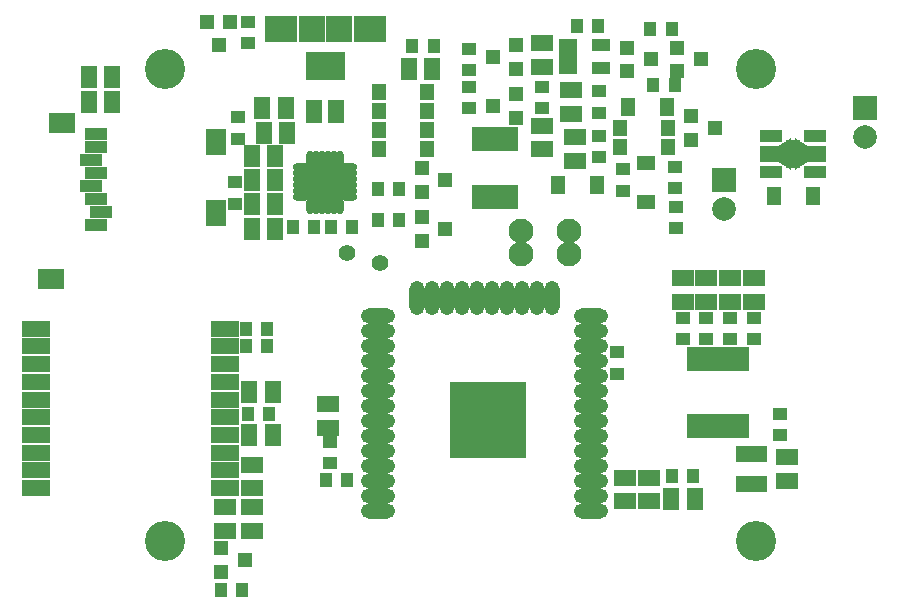
<source format=gts>
G04 #@! TF.GenerationSoftware,KiCad,Pcbnew,(5.0.0-rc2-dev-70-g2da7199a3)*
G04 #@! TF.CreationDate,2018-03-19T21:37:12-04:00*
G04 #@! TF.ProjectId,processor,70726F636573736F722E6B696361645F,rev?*
G04 #@! TF.SameCoordinates,Original*
G04 #@! TF.FileFunction,Soldermask,Top*
G04 #@! TF.FilePolarity,Negative*
%FSLAX46Y46*%
G04 Gerber Fmt 4.6, Leading zero omitted, Abs format (unit mm)*
G04 Created by KiCad (PCBNEW (5.0.0-rc2-dev-70-g2da7199a3)) date 03/19/18 21:37:12*
%MOMM*%
%LPD*%
G01*
G04 APERTURE LIST*
%ADD10C,2.100000*%
%ADD11R,1.300000X1.100000*%
%ADD12R,1.200000X2.400000*%
%ADD13C,1.150000*%
%ADD14C,1.000000*%
%ADD15R,1.900000X1.400000*%
%ADD16R,1.900000X1.100000*%
%ADD17R,1.300000X1.200000*%
%ADD18R,1.600000X1.300000*%
%ADD19R,1.400000X1.900000*%
%ADD20R,2.850000X2.850000*%
%ADD21O,1.400000X0.650000*%
%ADD22O,0.650000X1.400000*%
%ADD23R,0.750000X2.000000*%
%ADD24R,6.400000X6.400000*%
%ADD25O,2.900000X1.300000*%
%ADD26O,1.300000X2.900000*%
%ADD27C,3.400000*%
%ADD28R,0.750000X1.400000*%
%ADD29C,1.400000*%
%ADD30R,1.100000X1.300000*%
%ADD31R,1.300000X1.400000*%
%ADD32R,1.400000X0.800000*%
%ADD33R,2.200000X2.300000*%
%ADD34R,2.700000X2.300000*%
%ADD35R,0.800000X2.400000*%
%ADD36R,3.900000X2.000000*%
%ADD37R,1.500000X1.000000*%
%ADD38R,2.400000X1.400000*%
%ADD39R,1.200000X1.300000*%
%ADD40R,1.300000X1.600000*%
%ADD41R,2.000000X2.000000*%
%ADD42C,2.000000*%
%ADD43R,2.300000X1.800000*%
%ADD44R,1.800000X2.200000*%
G04 APERTURE END LIST*
D10*
X42600000Y-20700000D03*
X42600000Y-18700000D03*
D11*
X55600000Y-15100000D03*
X55600000Y-13300000D03*
D12*
X65625000Y-12200000D03*
D13*
X64850000Y-12200000D03*
D14*
G36*
X65425000Y-13573703D02*
X64275000Y-12807037D01*
X64275000Y-11592963D01*
X65425000Y-10826297D01*
X65425000Y-13573703D01*
X65425000Y-13573703D01*
G37*
D15*
X67475000Y-12200000D03*
D16*
X63775000Y-13700000D03*
D15*
X63775000Y-12200000D03*
D16*
X63775000Y-10700000D03*
X67475000Y-13700000D03*
X67475000Y-10700000D03*
D13*
X66400000Y-12200000D03*
D14*
G36*
X65825000Y-10826297D02*
X66975000Y-11592963D01*
X66975000Y-12807037D01*
X65825000Y-13573703D01*
X65825000Y-10826297D01*
X65825000Y-10826297D01*
G37*
D17*
X59000000Y-10000000D03*
X57000000Y-11000000D03*
X57000000Y-9000000D03*
D11*
X55700000Y-16700000D03*
X55700000Y-18500000D03*
D18*
X53200000Y-12950000D03*
X53200000Y-16250000D03*
D19*
X19800000Y-18600000D03*
X21800000Y-18600000D03*
X19800000Y-16400000D03*
X21800000Y-16400000D03*
D20*
X26000000Y-14600000D03*
D21*
X28000000Y-13350000D03*
X28000000Y-13850000D03*
X28000000Y-14350000D03*
X28000000Y-14850000D03*
X28000000Y-15350000D03*
X28000000Y-15850000D03*
D22*
X27250000Y-16600000D03*
X26750000Y-16600000D03*
X26250000Y-16600000D03*
X25750000Y-16600000D03*
X25250000Y-16600000D03*
X24750000Y-16600000D03*
D21*
X24000000Y-15850000D03*
X24000000Y-15350000D03*
X24000000Y-14850000D03*
X24000000Y-14350000D03*
X24000000Y-13850000D03*
X24000000Y-13350000D03*
D22*
X24750000Y-12600000D03*
X25250000Y-12600000D03*
X25750000Y-12600000D03*
X26250000Y-12600000D03*
X26750000Y-12600000D03*
X27250000Y-12600000D03*
D23*
X57025000Y-29600000D03*
X57025000Y-35200000D03*
X57675000Y-29600000D03*
X57675000Y-35200000D03*
X58325000Y-29600000D03*
X58325000Y-35200000D03*
X58975000Y-29600000D03*
X58975000Y-35200000D03*
X59625000Y-29600000D03*
X59625000Y-35200000D03*
X60275000Y-29600000D03*
X60275000Y-35200000D03*
X60925000Y-29600000D03*
X60925000Y-35200000D03*
X61575000Y-29600000D03*
X61575000Y-35200000D03*
D24*
X39800000Y-34700000D03*
D25*
X48500000Y-42400000D03*
X48500000Y-41130000D03*
X48500000Y-39860000D03*
X48500000Y-38590000D03*
X48500000Y-37320000D03*
X48500000Y-36050000D03*
X48500000Y-34780000D03*
X48500000Y-33510000D03*
X48500000Y-32240000D03*
X48500000Y-30970000D03*
X48500000Y-29700000D03*
X48500000Y-28430000D03*
X48500000Y-27160000D03*
X48500000Y-25890000D03*
D26*
X45215000Y-24400000D03*
X43945000Y-24400000D03*
X42675000Y-24400000D03*
X41405000Y-24400000D03*
X40135000Y-24400000D03*
X38865000Y-24400000D03*
X37595000Y-24400000D03*
X36325000Y-24400000D03*
X35055000Y-24400000D03*
X33785000Y-24400000D03*
D25*
X30500000Y-25890000D03*
X30500000Y-27160000D03*
X30500000Y-28430000D03*
X30500000Y-29700000D03*
X30500000Y-30970000D03*
X30500000Y-32240000D03*
X30500000Y-33510000D03*
X30500000Y-34780000D03*
X30500000Y-36050000D03*
X30500000Y-37320000D03*
X30500000Y-38590000D03*
X30500000Y-39860000D03*
X30500000Y-41130000D03*
X30500000Y-42400000D03*
D15*
X26300000Y-35400000D03*
X26300000Y-33400000D03*
D19*
X8000000Y-5700000D03*
X6000000Y-5700000D03*
D27*
X12500000Y-5000000D03*
D28*
X63075000Y-37650000D03*
X62425000Y-37650000D03*
X61775000Y-37650000D03*
X61125000Y-37650000D03*
X61125000Y-40150000D03*
X61775000Y-40150000D03*
X62425000Y-40150000D03*
X63075000Y-40150000D03*
D29*
X30700000Y-21400000D03*
D11*
X50700000Y-30800000D03*
X50700000Y-29000000D03*
D27*
X62500000Y-45000000D03*
D30*
X19000000Y-49100000D03*
X17200000Y-49100000D03*
D17*
X19200000Y-46600000D03*
X17200000Y-47600000D03*
X17200000Y-45600000D03*
D27*
X12500000Y-45000000D03*
D31*
X30550000Y-8600000D03*
X34649999Y-8600000D03*
X34649999Y-7000000D03*
X30550000Y-7000000D03*
X34650000Y-10200000D03*
X30550001Y-10200000D03*
X30550001Y-11800000D03*
X34650000Y-11800000D03*
D29*
X27900000Y-20600000D03*
D32*
X25050000Y-9250000D03*
X25050000Y-7950000D03*
X26950000Y-8600000D03*
X26950000Y-7950000D03*
X26950000Y-9250000D03*
X25050000Y-8600000D03*
D33*
X24900000Y-1600000D03*
D34*
X22300000Y-1600000D03*
X29800000Y-1600000D03*
D33*
X27200000Y-1600000D03*
D35*
X24750000Y-4750000D03*
X25400000Y-4750000D03*
X26050000Y-4750000D03*
X26700000Y-4750000D03*
X27350000Y-4750000D03*
D36*
X40400000Y-15840000D03*
X40400000Y-10960000D03*
D10*
X46700000Y-20700000D03*
X46700000Y-18700000D03*
D37*
X49400000Y-3000000D03*
X49400000Y-4900000D03*
X46600000Y-4900000D03*
X46600000Y-3950000D03*
X46600000Y-3000000D03*
D31*
X55050000Y-10000000D03*
X50950001Y-10000000D03*
X50950001Y-11600000D03*
X55050000Y-11600000D03*
D38*
X1500000Y-40500000D03*
X1500000Y-39000000D03*
X1500000Y-37500000D03*
X1500000Y-36000000D03*
X1500000Y-34500000D03*
X1500000Y-33000000D03*
X1500000Y-31500000D03*
X1500000Y-30000000D03*
X1500000Y-28500000D03*
X1500000Y-27000000D03*
X17500000Y-27000000D03*
X17500000Y-28500000D03*
X17500000Y-30000000D03*
X17500000Y-31500000D03*
X17500000Y-33000000D03*
X17500000Y-34500000D03*
X17500000Y-36000000D03*
X17500000Y-37500000D03*
X17500000Y-39000000D03*
X17500000Y-40500000D03*
X17500000Y-40500000D03*
X17500000Y-39000000D03*
X17500000Y-37500000D03*
X17500000Y-36000000D03*
X17500000Y-34500000D03*
X17500000Y-33000000D03*
X17500000Y-31500000D03*
X17500000Y-30000000D03*
X17500000Y-28500000D03*
X17500000Y-27000000D03*
D27*
X62500000Y-5000000D03*
D15*
X17500000Y-44100000D03*
X17500000Y-42100000D03*
X46800000Y-8800000D03*
X46800000Y-6800000D03*
X47200000Y-10800000D03*
X47200000Y-12800000D03*
X44400000Y-11800000D03*
X44400000Y-9800000D03*
X53400000Y-41600000D03*
X53400000Y-39600000D03*
X19800000Y-44100000D03*
X19800000Y-42100000D03*
D19*
X8000000Y-7800000D03*
X6000000Y-7800000D03*
X21600000Y-36000000D03*
X19600000Y-36000000D03*
D15*
X19800000Y-38500000D03*
X19800000Y-40500000D03*
X65100000Y-39900000D03*
X65100000Y-37900000D03*
X51400000Y-41600000D03*
X51400000Y-39600000D03*
D19*
X35100000Y-5000000D03*
X33100000Y-5000000D03*
X20800000Y-10400000D03*
X22800000Y-10400000D03*
X19800000Y-12400000D03*
X21800000Y-12400000D03*
X57300000Y-41400000D03*
X55300000Y-41400000D03*
D15*
X58300000Y-24700000D03*
X58300000Y-22700000D03*
X62300000Y-24700000D03*
X62300000Y-22700000D03*
X60300000Y-24700000D03*
X60300000Y-22700000D03*
X56300000Y-24700000D03*
X56300000Y-22700000D03*
X44400000Y-4800000D03*
X44400000Y-2800000D03*
D19*
X21600000Y-32400000D03*
X19600000Y-32400000D03*
D11*
X19500000Y-1000000D03*
X19500000Y-2800000D03*
D30*
X19500000Y-34200000D03*
X21300000Y-34200000D03*
X19300000Y-27000000D03*
X21100000Y-27000000D03*
X19300000Y-28500000D03*
X21100000Y-28500000D03*
X53550000Y-1600000D03*
X55350000Y-1600000D03*
D11*
X49200000Y-12500000D03*
X49200000Y-10700000D03*
X44400000Y-6500000D03*
X44400000Y-8300000D03*
X38200000Y-5100000D03*
X38200000Y-3300000D03*
X38200000Y-6500000D03*
X38200000Y-8300000D03*
X56300000Y-26100000D03*
X56300000Y-27900000D03*
X60300000Y-26100000D03*
X60300000Y-27900000D03*
X62300000Y-26100000D03*
X62300000Y-27900000D03*
X58300000Y-26100000D03*
X58300000Y-27900000D03*
D30*
X57200000Y-39500000D03*
X55400000Y-39500000D03*
D11*
X26400000Y-36600000D03*
X26400000Y-38400000D03*
X64500000Y-36000000D03*
X64500000Y-34200000D03*
D30*
X27900000Y-39800000D03*
X26100000Y-39800000D03*
X33400000Y-3100000D03*
X35200000Y-3100000D03*
D11*
X49200000Y-8700000D03*
X49200000Y-6900000D03*
D30*
X49100000Y-1400000D03*
X47300000Y-1400000D03*
D11*
X51200000Y-15300000D03*
X51200000Y-13500000D03*
X18400000Y-16400000D03*
X18400000Y-14600000D03*
D30*
X28300000Y-18400000D03*
X26500000Y-18400000D03*
X23300000Y-18400000D03*
X25100000Y-18400000D03*
X32300000Y-15200000D03*
X30500000Y-15200000D03*
X30500000Y-17800000D03*
X32300000Y-17800000D03*
D39*
X17000000Y-3000000D03*
X16000000Y-1000000D03*
X18000000Y-1000000D03*
D17*
X53600000Y-4200000D03*
X51600000Y-5200000D03*
X51600000Y-3200000D03*
X57800000Y-4200000D03*
X55800000Y-5200000D03*
X55800000Y-3200000D03*
X40200000Y-4000000D03*
X42200000Y-3000000D03*
X42200000Y-5000000D03*
X40200000Y-8150000D03*
X42200000Y-7150000D03*
X42200000Y-9150000D03*
X36200000Y-18550000D03*
X34200000Y-19550000D03*
X34200000Y-17550000D03*
X36200000Y-14400000D03*
X34200000Y-15400000D03*
X34200000Y-13400000D03*
D19*
X20700000Y-8300000D03*
X22700000Y-8300000D03*
X19800000Y-14400000D03*
X21800000Y-14400000D03*
D11*
X18600000Y-9100000D03*
X18600000Y-10900000D03*
D40*
X51650000Y-8200000D03*
X54950000Y-8200000D03*
X49050000Y-14800000D03*
X45750000Y-14800000D03*
X67350000Y-15800000D03*
X64050000Y-15800000D03*
D41*
X59800000Y-14400000D03*
D42*
X59800000Y-16900000D03*
D41*
X71700000Y-8300000D03*
D42*
X71700000Y-10800000D03*
D30*
X53800000Y-6400000D03*
X55600000Y-6400000D03*
D43*
X3700000Y-9600000D03*
X2800000Y-22800000D03*
D44*
X16800000Y-11200000D03*
X16800000Y-17200000D03*
D16*
X6600000Y-10500000D03*
X6600000Y-11600000D03*
X6200000Y-12700000D03*
X6600000Y-13800000D03*
X6200000Y-14900000D03*
X6600000Y-16000000D03*
X7000000Y-17100000D03*
X6600000Y-18200000D03*
M02*

</source>
